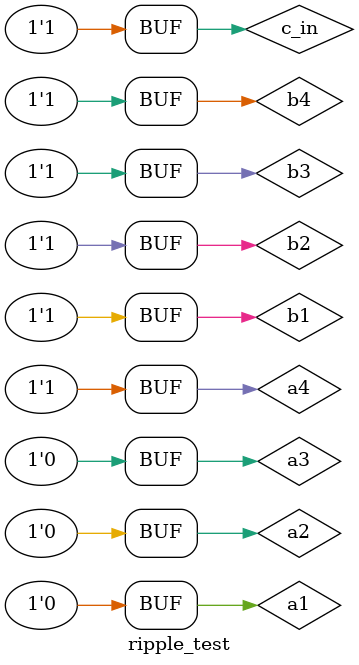
<source format=v>
`timescale 1ns / 1ps


module ripple_test(

    );
    reg c_in, a1, b1, a2, b2, a3, b3, a4, b4;
    wire sum1, sum2, sum3, sum4, c_out;
    
    ripple_carry UUT(.c_in(c_in), .a1(a1), .b1(b1), .a2(a2), .b2(b2), .a3(a3), .b3(b3), .a4(a4), .b4(b4), .sum1(sum1), .sum2(sum2), .sum3(sum3), .sum4(sum4), .c_out(c_out));
    
    initial
    begin
    
    
        a1=0; a2=0; a3=0; b1=0; b2=0; b3=0; a4=0; b4=0; c_in=0;
        #10 a1=1;
        #10 a2=1;
        #10 a3=1;
        #10 b1=1;
        #10 b2=1;
        #10 b3=1;
        #10 a4=1; b4=1;
        #10 c_in=1; 
        #10 a1=0;a2=0;a3=0;
    end
endmodule

</source>
